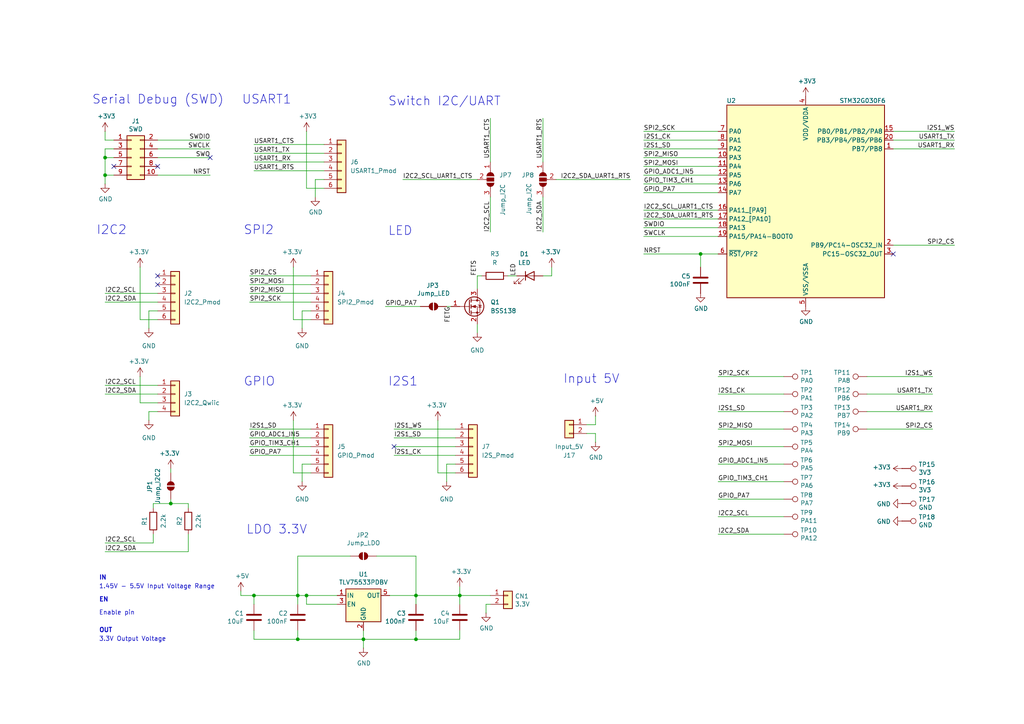
<source format=kicad_sch>
(kicad_sch (version 20250114) (generator "eeschema") (generator_version "9.0")
  (paper "A4")
  (lib_symbols
    (symbol "Connector:TestPoint" (pin_numbers (hide yes)) (pin_names (offset 0.762) (hide yes))
      (property "Reference" "TP" (at 0 6.858 0))
      (property "Value" "TestPoint" (at 0 5.08 0))
      (symbol "TestPoint_0_1"
        (circle (center 0 3.302) (radius 0.762))
      )
      (symbol "TestPoint_1_1"
        (pin passive line (at 0 0 90) (length 2.54) (name "1") (number "1"))
      )
    )
    (symbol "Connector_Generic:Conn_01x02" (pin_names (offset 1.016) (hide yes))
      (property "Reference" "J" (at 0 2.54 0))
      (property "Value" "Conn_01x02" (at 0 -5.08 0))
      (symbol "Conn_01x02_1_1"
        (rectangle (start -1.27 1.27) (end 1.27 -3.81) (stroke (width 0.254)) (fill (type background)))
        (rectangle (start -1.27 0.127) (end 0 -0.127) (stroke (width 0.1524)))
        (rectangle (start -1.27 -2.413) (end 0 -2.667) (stroke (width 0.1524)))
        (pin passive line (at -5.08 0 0) (length 3.81) (name "Pin_1") (number "1"))
        (pin passive line (at -5.08 -2.54 0) (length 3.81) (name "Pin_2") (number "2"))
      )
    )
    (symbol "Connector_Generic:Conn_01x04" (pin_names (offset 1.016) (hide yes))
      (property "Reference" "J" (at 0 5.08 0))
      (property "Value" "Conn_01x04" (at 0 -7.62 0))
      (symbol "Conn_01x04_1_1"
        (rectangle (start -1.27 3.81) (end 1.27 -6.35) (stroke (width 0.254)) (fill (type background)))
        (rectangle (start -1.27 2.667) (end 0 2.413) (stroke (width 0.1524)))
        (rectangle (start -1.27 0.127) (end 0 -0.127) (stroke (width 0.1524)))
        (rectangle (start -1.27 -2.413) (end 0 -2.667) (stroke (width 0.1524)))
        (rectangle (start -1.27 -4.953) (end 0 -5.207) (stroke (width 0.1524)))
        (pin passive line (at -5.08 2.54 0) (length 3.81) (name "Pin_1") (number "1"))
        (pin passive line (at -5.08 0 0) (length 3.81) (name "Pin_2") (number "2"))
        (pin passive line (at -5.08 -2.54 0) (length 3.81) (name "Pin_3") (number "3"))
        (pin passive line (at -5.08 -5.08 0) (length 3.81) (name "Pin_4") (number "4"))
      )
    )
    (symbol "Connector_Generic:Conn_01x06" (pin_names (offset 1.016) (hide yes))
      (property "Reference" "J" (at 0 7.62 0))
      (property "Value" "Conn_01x06" (at 0 -10.16 0))
      (symbol "Conn_01x06_1_1"
        (rectangle (start -1.27 6.35) (end 1.27 -8.89) (stroke (width 0.254)) (fill (type background)))
        (rectangle (start -1.27 5.207) (end 0 4.953) (stroke (width 0.1524)))
        (rectangle (start -1.27 2.667) (end 0 2.413) (stroke (width 0.1524)))
        (rectangle (start -1.27 0.127) (end 0 -0.127) (stroke (width 0.1524)))
        (rectangle (start -1.27 -2.413) (end 0 -2.667) (stroke (width 0.1524)))
        (rectangle (start -1.27 -4.953) (end 0 -5.207) (stroke (width 0.1524)))
        (rectangle (start -1.27 -7.493) (end 0 -7.747) (stroke (width 0.1524)))
        (pin passive line (at -5.08 5.08 0) (length 3.81) (name "Pin_1") (number "1"))
        (pin passive line (at -5.08 2.54 0) (length 3.81) (name "Pin_2") (number "2"))
        (pin passive line (at -5.08 0 0) (length 3.81) (name "Pin_3") (number "3"))
        (pin passive line (at -5.08 -2.54 0) (length 3.81) (name "Pin_4") (number "4"))
        (pin passive line (at -5.08 -5.08 0) (length 3.81) (name "Pin_5") (number "5"))
        (pin passive line (at -5.08 -7.62 0) (length 3.81) (name "Pin_6") (number "6"))
      )
    )
    (symbol "Connector_Generic:Conn_02x05_Odd_Even" (pin_names (offset 1.016) (hide yes))
      (property "Reference" "J" (at 1.27 7.62 0))
      (property "Value" "Conn_02x05_Odd_Even" (at 1.27 -7.62 0))
      (symbol "Conn_02x05_Odd_Even_1_1"
        (rectangle (start -1.27 6.35) (end 3.81 -6.35) (stroke (width 0.254)) (fill (type background)))
        (rectangle (start -1.27 5.207) (end 0 4.953) (stroke (width 0.1524)))
        (rectangle (start -1.27 2.667) (end 0 2.413) (stroke (width 0.1524)))
        (rectangle (start -1.27 0.127) (end 0 -0.127) (stroke (width 0.1524)))
        (rectangle (start -1.27 -2.413) (end 0 -2.667) (stroke (width 0.1524)))
        (rectangle (start -1.27 -4.953) (end 0 -5.207) (stroke (width 0.1524)))
        (rectangle (start 3.81 5.207) (end 2.54 4.953) (stroke (width 0.1524)))
        (rectangle (start 3.81 2.667) (end 2.54 2.413) (stroke (width 0.1524)))
        (rectangle (start 3.81 0.127) (end 2.54 -0.127) (stroke (width 0.1524)))
        (rectangle (start 3.81 -2.413) (end 2.54 -2.667) (stroke (width 0.1524)))
        (rectangle (start 3.81 -4.953) (end 2.54 -5.207) (stroke (width 0.1524)))
        (pin passive line (at -5.08 5.08 0) (length 3.81) (name "Pin_1") (number "1"))
        (pin passive line (at -5.08 2.54 0) (length 3.81) (name "Pin_3") (number "3"))
        (pin passive line (at -5.08 0 0) (length 3.81) (name "Pin_5") (number "5"))
        (pin passive line (at -5.08 -2.54 0) (length 3.81) (name "Pin_7") (number "7"))
        (pin passive line (at -5.08 -5.08 0) (length 3.81) (name "Pin_9") (number "9"))
        (pin passive line (at 7.62 5.08 180) (length 3.81) (name "Pin_2") (number "2"))
        (pin passive line (at 7.62 2.54 180) (length 3.81) (name "Pin_4") (number "4"))
        (pin passive line (at 7.62 0 180) (length 3.81) (name "Pin_6") (number "6"))
        (pin passive line (at 7.62 -2.54 180) (length 3.81) (name "Pin_8") (number "8"))
        (pin passive line (at 7.62 -5.08 180) (length 3.81) (name "Pin_10") (number "10"))
      )
    )
    (symbol "Device:C" (pin_numbers (hide yes)) (pin_names (offset 0.254))
      (property "Reference" "C" (at 0.635 2.54 0))
      (property "Value" "C" (at 0.635 -2.54 0))
      (symbol "C_0_1"
        (polyline (pts (xy -2.032 0.762) (xy 2.032 0.762)) (stroke (width 0.508)))
        (polyline (pts (xy -2.032 -0.762) (xy 2.032 -0.762)) (stroke (width 0.508)))
      )
      (symbol "C_1_1"
        (pin passive line (at 0 3.81 270) (length 2.794) (name "~") (number "1"))
        (pin passive line (at 0 -3.81 90) (length 2.794) (name "~") (number "2"))
      )
    )
    (symbol "Device:LED" (pin_numbers (hide yes)) (pin_names (offset 1.016) (hide yes))
      (property "Reference" "D" (at 0 2.54 0))
      (property "Value" "LED" (at 0 -2.54 0))
      (symbol "LED_0_1"
        (polyline (pts (xy -3.048 -0.762) (xy -4.572 -2.286) (xy -3.81 -2.286) (xy -4.572 -2.286) (xy -4.572 -1.524)))
        (polyline (pts (xy -1.778 -0.762) (xy -3.302 -2.286) (xy -2.54 -2.286) (xy -3.302 -2.286) (xy -3.302 -1.524)))
        (polyline (pts (xy -1.27 0) (xy 1.27 0)))
        (polyline (pts (xy -1.27 -1.27) (xy -1.27 1.27)) (stroke (width 0.254)))
        (polyline (pts (xy 1.27 -1.27) (xy 1.27 1.27) (xy -1.27 0) (xy 1.27 -1.27)) (stroke (width 0.254)))
      )
      (symbol "LED_1_1"
        (pin passive line (at -3.81 0 0) (length 2.54) (name "K") (number "1"))
        (pin passive line (at 3.81 0 180) (length 2.54) (name "A") (number "2"))
      )
    )
    (symbol "Device:R" (pin_numbers (hide yes)) (pin_names (offset 0))
      (property "Reference" "R" (at 2.032 0 90))
      (property "Value" "R" (at 0 0 90))
      (symbol "R_0_1"
        (rectangle (start -1.016 -2.54) (end 1.016 2.54) (stroke (width 0.254)))
      )
      (symbol "R_1_1"
        (pin passive line (at 0 3.81 270) (length 1.27) (name "~") (number "1"))
        (pin passive line (at 0 -3.81 90) (length 1.27) (name "~") (number "2"))
      )
    )
    (symbol "Jumper:SolderJumper_2_Open" (pin_numbers (hide yes)) (pin_names (offset 0) (hide yes)) (in_bom no)
      (property "Reference" "JP" (at 0 2.032 0))
      (property "Value" "SolderJumper_2_Open" (at 0 -2.54 0))
      (symbol "SolderJumper_2_Open_0_1"
        (polyline (pts (xy -0.254 1.016) (xy -0.254 -1.016)))
        (arc (start -0.254 -1.016) (mid -1.2656 0) (end -0.254 1.016))
        (arc (start -0.254 -1.016) (mid -1.2656 0) (end -0.254 1.016) (fill (type outline)))
        (arc (start 0.254 1.016) (mid 1.2656 0) (end 0.254 -1.016))
        (arc (start 0.254 1.016) (mid 1.2656 0) (end 0.254 -1.016) (fill (type outline)))
        (polyline (pts (xy 0.254 1.016) (xy 0.254 -1.016)))
      )
      (symbol "SolderJumper_2_Open_1_1"
        (pin passive line (at -3.81 0 0) (length 2.54) (name "A") (number "1"))
        (pin passive line (at 3.81 0 180) (length 2.54) (name "B") (number "2"))
      )
    )
    (symbol "Jumper:SolderJumper_3_Open" (pin_names (offset 0) (hide yes)) (in_bom no)
      (property "Reference" "JP" (at -2.54 -2.54 0))
      (property "Value" "SolderJumper_3_Open" (at 0 2.794 0))
      (symbol "SolderJumper_3_Open_0_1"
        (polyline (pts (xy -2.54 0) (xy -2.032 0)))
        (polyline (pts (xy -1.016 1.016) (xy -1.016 -1.016)))
        (arc (start -1.016 -1.016) (mid -2.0276 0) (end -1.016 1.016))
        (arc (start -1.016 -1.016) (mid -2.0276 0) (end -1.016 1.016) (fill (type outline)))
        (rectangle (start -0.508 1.016) (end 0.508 -1.016) (fill (type outline)))
        (polyline (pts (xy 0 -1.27) (xy 0 -1.016)))
        (arc (start 1.016 1.016) (mid 2.0276 0) (end 1.016 -1.016))
        (arc (start 1.016 1.016) (mid 2.0276 0) (end 1.016 -1.016) (fill (type outline)))
        (polyline (pts (xy 1.016 1.016) (xy 1.016 -1.016)))
        (polyline (pts (xy 2.54 0) (xy 2.032 0)))
      )
      (symbol "SolderJumper_3_Open_1_1"
        (pin passive line (at -5.08 0 0) (length 2.54) (name "A") (number "1"))
        (pin passive line (at 0 -3.81 90) (length 2.54) (name "C") (number "2"))
        (pin passive line (at 5.08 0 180) (length 2.54) (name "B") (number "3"))
      )
    )
    (symbol "Regulator_Linear:TLV75533PDBV" (pin_names (offset 0.254))
      (property "Reference" "U" (at -3.81 5.715 0))
      (property "Value" "TLV75533PDBV" (at 0 5.715 0))
      (symbol "TLV75533PDBV_0_1"
        (rectangle (start -5.08 4.445) (end 5.08 -5.08) (stroke (width 0.254)) (fill (type background)))
      )
      (symbol "TLV75533PDBV_1_1"
        (pin power_in line (at -7.62 2.54 0) (length 2.54) (name "IN") (number "1"))
        (pin input line (at -7.62 0 0) (length 2.54) (name "EN") (number "3"))
        (pin power_in line (at 0 -7.62 90) (length 2.54) (name "GND") (number "2"))
        (pin no_connect line (at 5.08 0 180) (length 2.54) (hide yes) (name "NC") (number "4"))
        (pin power_out line (at 7.62 2.54 180) (length 2.54) (name "OUT") (number "5"))
      )
    )
    (symbol "Transistor_FET:BSS138" (pin_names (hide yes))
      (property "Reference" "Q" (at 5.08 1.905 0))
      (property "Value" "BSS138" (at 5.08 0 0))
      (symbol "BSS138_0_1"
        (polyline (pts (xy 0.254 1.905) (xy 0.254 -1.905)) (stroke (width 0.254)))
        (polyline (pts (xy 0.254 0) (xy -2.54 0)))
        (polyline (pts (xy 0.762 2.286) (xy 0.762 1.27)) (stroke (width 0.254)))
        (polyline (pts (xy 0.762 0.508) (xy 0.762 -0.508)) (stroke (width 0.254)))
        (polyline (pts (xy 0.762 -1.27) (xy 0.762 -2.286)) (stroke (width 0.254)))
        (polyline (pts (xy 0.762 -1.778) (xy 3.302 -1.778) (xy 3.302 1.778) (xy 0.762 1.778)))
        (polyline (pts (xy 1.016 0) (xy 2.032 0.381) (xy 2.032 -0.381) (xy 1.016 0)) (fill (type outline)))
        (circle (center 1.651 0) (radius 2.794) (stroke (width 0.254)))
        (polyline (pts (xy 2.54 2.54) (xy 2.54 1.778)))
        (circle (center 2.54 1.778) (radius 0.254) (fill (type outline)))
        (circle (center 2.54 -1.778) (radius 0.254) (fill (type outline)))
        (polyline (pts (xy 2.54 -2.54) (xy 2.54 0) (xy 0.762 0)))
        (polyline (pts (xy 2.794 0.508) (xy 2.921 0.381) (xy 3.683 0.381) (xy 3.81 0.254)))
        (polyline (pts (xy 3.302 0.381) (xy 2.921 -0.254) (xy 3.683 -0.254) (xy 3.302 0.381)))
      )
      (symbol "BSS138_1_1"
        (pin input line (at -5.08 0 0) (length 2.54) (name "G") (number "1"))
        (pin passive line (at 2.54 5.08 270) (length 2.54) (name "D") (number "3"))
        (pin passive line (at 2.54 -5.08 90) (length 2.54) (name "S") (number "2"))
      )
    )
    (symbol "power:+3.3V" (power) (pin_numbers (hide yes)) (pin_names (offset 0) (hide yes))
      (property "Value" "+3.3V" (at 0 3.556 0))
      (symbol "+3.3V_0_1"
        (polyline (pts (xy -0.762 1.27) (xy 0 2.54)))
        (polyline (pts (xy 0 2.54) (xy 0.762 1.27)))
        (polyline (pts (xy 0 0) (xy 0 2.54)))
      )
      (symbol "+3.3V_1_1"
        (pin power_in line (at 0 0 90) (length 0) (name "~") (number "1"))
      )
    )
    (symbol "power:+3V3" (power) (pin_numbers (hide yes)) (pin_names (offset 0) (hide yes))
      (property "Value" "+3V3" (at 0 3.556 0))
      (symbol "+3V3_0_1"
        (polyline (pts (xy -0.762 1.27) (xy 0 2.54)))
        (polyline (pts (xy 0 2.54) (xy 0.762 1.27)))
        (polyline (pts (xy 0 0) (xy 0 2.54)))
      )
      (symbol "+3V3_1_1"
        (pin power_in line (at 0 0 90) (length 0) (name "~") (number "1"))
      )
    )
    (symbol "power:+5V" (power) (pin_numbers (hide yes)) (pin_names (offset 0) (hide yes))
      (property "Value" "+5V" (at 0 3.556 0))
      (symbol "+5V_0_1"
        (polyline (pts (xy -0.762 1.27) (xy 0 2.54)))
        (polyline (pts (xy 0 2.54) (xy 0.762 1.27)))
        (polyline (pts (xy 0 0) (xy 0 2.54)))
      )
      (symbol "+5V_1_1"
        (pin power_in line (at 0 0 90) (length 0) (name "~") (number "1"))
      )
    )
    (symbol "power:GND" (power) (pin_numbers (hide yes)) (pin_names (offset 0) (hide yes))
      (property "Value" "GND" (at 0 -3.81 0))
      (symbol "GND_0_1"
        (polyline (pts (xy 0 0) (xy 0 -1.27) (xy 1.27 -1.27) (xy 0 -2.54) (xy -1.27 -1.27) (xy 0 -1.27)))
      )
      (symbol "GND_1_1"
        (pin power_in line (at 0 0 270) (length 0) (name "~") (number "1"))
      )
    )
    (symbol "zhaw:STM32G030F6"
      (property "Reference" "U" (at -22.86 29.21 0))
      (property "Value" "STM32G030F6" (at 8.89 29.21 0))
      (symbol "STM32G030F6_0_1"
        (rectangle (start -22.86 -27.94) (end 22.86 27.94) (stroke (width 0.254)) (fill (type background)))
      )
      (symbol "STM32G030F6_1_1"
        (pin bidirectional line (at -25.4 20.32 0) (length 2.54) (name "PA0") (number "7"))
        (pin bidirectional line (at -25.4 17.78 0) (length 2.54) (name "PA1") (number "8"))
        (pin bidirectional line (at -25.4 15.24 0) (length 2.54) (name "PA2") (number "9"))
        (pin bidirectional line (at -25.4 12.7 0) (length 2.54) (name "PA3") (number "10"))
        (pin bidirectional line (at -25.4 10.16 0) (length 2.54) (name "PA4") (number "11"))
        (pin bidirectional line (at -25.4 7.62 0) (length 2.54) (name "PA5") (number "12"))
        (pin bidirectional line (at -25.4 5.08 0) (length 2.54) (name "PA6") (number "13"))
        (pin bidirectional line (at -25.4 2.54 0) (length 2.54) (name "PA7") (number "14"))
        (pin bidirectional line (at -25.4 -2.54 0) (length 2.54) (name "PA11_[PA9]") (number "16"))
        (pin bidirectional line (at -25.4 -5.08 0) (length 2.54) (name "PA12_[PA10]") (number "17"))
        (pin bidirectional line (at -25.4 -7.62 0) (length 2.54) (name "PA13") (number "18"))
        (pin bidirectional line (at -25.4 -10.16 0) (length 2.54) (name "PA15/PA14-BOOT0") (number "19"))
        (pin bidirectional line (at -25.4 -15.24 0) (length 2.54) (name "~{RST}/PF2") (number "6"))
        (pin power_in line (at 0 30.48 270) (length 2.54) (name "VDD/VDDA") (number "4"))
        (pin power_in line (at 0 -30.48 90) (length 2.54) (name "VSS/VSSA") (number "5"))
        (pin bidirectional line (at 25.4 20.32 180) (length 2.54) (name "PB0/PB1/PB2/PA8") (number "15"))
        (pin bidirectional line (at 25.4 17.78 180) (length 2.54) (name "PB3/PB4/PB5/PB6") (number "20"))
        (pin bidirectional line (at 25.4 15.24 180) (length 2.54) (name "PB7/PB8") (number "1"))
        (pin bidirectional line (at 25.4 -12.7 180) (length 2.54) (name "PB9/PC14-OSC32_IN") (number "2"))
        (pin bidirectional line (at 25.4 -15.24 180) (length 2.54) (name "PC15-OSC32_OUT") (number "3"))
      )
    )
  )
  (text "Serial Debug (SWD)" (at 26.67 30.48 0) (effects (font (size 2.5654 2.5654)) (justify left bottom)))
  (text "Switch I2C/UART" (at 112.522 30.988 0) (effects (font (size 2.5654 2.5654)) (justify left bottom)))
  (text "IN" (at 28.702 168.402 0) (effects (font (size 1.27 1.27) (thickness 0.254) (bold yes)) (justify left bottom)))
  (text "Input 5V" (at 163.322 111.506 0) (effects (font (size 2.5654 2.5654)) (justify left bottom)))
  (text "SPI2" (at 70.612 68.326 0) (effects (font (size 2.5654 2.5654)) (justify left bottom)))
  (text "3.3V Output Voltage" (at 28.702 186.182 0) (effects (font (size 1.27 1.27)) (justify left bottom)))
  (text "USART1" (at 70.104 30.48 0) (effects (font (size 2.5654 2.5654)) (justify left bottom)))
  (text "OUT" (at 28.702 183.642 0) (effects (font (size 1.27 1.27) (thickness 0.254) (bold yes)) (justify left bottom)))
  (text "I2C2" (at 27.94 68.326 0) (effects (font (size 2.5654 2.5654)) (justify left bottom)))
  (text "EN" (at 28.702 174.752 0) (effects (font (size 1.27 1.27) (thickness 0.254) (bold yes)) (justify left bottom)))
  (text "LDO 3.3V" (at 71.374 155.194 0) (effects (font (size 2.5654 2.5654)) (justify left bottom)))
  (text "1.45V - 5.5V Input Voltage Range" (at 28.702 170.942 0) (effects (font (size 1.27 1.27)) (justify left bottom)))
  (text "GPIO" (at 70.612 112.268 0) (effects (font (size 2.5654 2.5654)) (justify left bottom)))
  (text "Enable pin" (at 28.702 178.562 0) (effects (font (size 1.27 1.27)) (justify left bottom)))
  (text "I2S1" (at 112.522 112.268 0) (effects (font (size 2.5654 2.5654)) (justify left bottom)))
  (text "LED" (at 112.522 68.58 0) (effects (font (size 2.5654 2.5654)) (justify left bottom)))
  (junction (at 88.9 172.72))
  (junction (at 203.2 73.66))
  (junction (at 105.41 185.42))
  (junction (at 133.35 172.72))
  (junction (at 120.65 172.72))
  (junction (at 73.66 172.72))
  (junction (at 120.65 185.42))
  (junction (at 30.48 50.8))
  (junction (at 30.48 45.72))
  (junction (at 86.36 185.42))
  (junction (at 86.36 172.72))
  (junction (at 49.53 146.05))
  (no_connect (at 114.3 129.54))
  (no_connect (at 45.72 48.26))
  (no_connect (at 60.96 45.72))
  (no_connect (at 45.72 80.01))
  (no_connect (at 259.08 73.66))
  (no_connect (at 33.02 48.26))
  (no_connect (at 45.72 82.55))
  (wire (pts (xy 186.69 45.72) (xy 208.28 45.72)))
  (wire (pts (xy 69.85 172.72) (xy 73.66 172.72)))
  (wire (pts (xy 105.41 187.96) (xy 105.41 185.42)))
  (wire (pts (xy 88.9 38.1) (xy 88.9 54.61)))
  (wire (pts (xy 54.61 160.02) (xy 54.61 154.94)))
  (wire (pts (xy 114.3 127) (xy 132.08 127)))
  (wire (pts (xy 138.43 93.98) (xy 138.43 96.52)))
  (wire (pts (xy 86.36 185.42) (xy 86.36 182.88)))
  (wire (pts (xy 73.66 172.72) (xy 86.36 172.72)))
  (wire (pts (xy 30.48 50.8) (xy 30.48 53.34)))
  (wire (pts (xy 186.69 53.34) (xy 208.28 53.34)))
  (wire (pts (xy 120.65 185.42) (xy 133.35 185.42)))
  (wire (pts (xy 30.48 45.72) (xy 30.48 43.18)))
  (wire (pts (xy 259.08 40.64) (xy 276.86 40.64)))
  (wire (pts (xy 30.48 45.72) (xy 30.48 50.8)))
  (wire (pts (xy 114.3 132.08) (xy 132.08 132.08)))
  (wire (pts (xy 120.65 185.42) (xy 120.65 182.88)))
  (wire (pts (xy 138.43 80.01) (xy 139.7 80.01)))
  (wire (pts (xy 208.28 134.62) (xy 227.33 134.62)))
  (wire (pts (xy 49.53 144.78) (xy 49.53 146.05)))
  (wire (pts (xy 208.28 63.5) (xy 186.69 63.5)))
  (wire (pts (xy 43.18 95.25) (xy 43.18 90.17)))
  (wire (pts (xy 72.39 132.08) (xy 90.17 132.08)))
  (wire (pts (xy 72.39 87.63) (xy 90.17 87.63)))
  (wire (pts (xy 88.9 175.26) (xy 97.79 175.26)))
  (wire (pts (xy 111.76 88.9) (xy 121.92 88.9)))
  (wire (pts (xy 120.65 172.72) (xy 120.65 175.26)))
  (wire (pts (xy 85.09 92.71) (xy 90.17 92.71)))
  (wire (pts (xy 208.28 109.22) (xy 227.33 109.22)))
  (wire (pts (xy 72.39 82.55) (xy 90.17 82.55)))
  (wire (pts (xy 227.33 129.54) (xy 208.28 129.54)))
  (wire (pts (xy 259.08 43.18) (xy 276.86 43.18)))
  (wire (pts (xy 227.33 139.7) (xy 208.28 139.7)))
  (wire (pts (xy 44.45 157.48) (xy 44.45 154.94)))
  (wire (pts (xy 208.28 124.46) (xy 227.33 124.46)))
  (wire (pts (xy 208.28 60.96) (xy 186.69 60.96)))
  (wire (pts (xy 186.69 73.66) (xy 203.2 73.66)))
  (wire (pts (xy 91.44 57.15) (xy 91.44 52.07)))
  (wire (pts (xy 208.28 48.26) (xy 186.69 48.26)))
  (wire (pts (xy 147.32 80.01) (xy 149.86 80.01)))
  (wire (pts (xy 227.33 144.78) (xy 208.28 144.78)))
  (wire (pts (xy 60.96 50.8) (xy 45.72 50.8)))
  (wire (pts (xy 270.51 109.22) (xy 251.46 109.22)))
  (wire (pts (xy 33.02 50.8) (xy 30.48 50.8)))
  (wire (pts (xy 142.24 34.29) (xy 142.24 46.99)))
  (wire (pts (xy 157.48 57.15) (xy 157.48 67.31)))
  (wire (pts (xy 186.69 43.18) (xy 208.28 43.18)))
  (wire (pts (xy 105.41 185.42) (xy 120.65 185.42)))
  (wire (pts (xy 157.48 46.99) (xy 157.48 34.29)))
  (wire (pts (xy 120.65 172.72) (xy 133.35 172.72)))
  (wire (pts (xy 133.35 172.72) (xy 133.35 170.18)))
  (wire (pts (xy 30.48 40.64) (xy 30.48 38.1)))
  (wire (pts (xy 172.72 125.73) (xy 172.72 128.27)))
  (wire (pts (xy 72.39 85.09) (xy 90.17 85.09)))
  (wire (pts (xy 86.36 185.42) (xy 105.41 185.42)))
  (wire (pts (xy 86.36 175.26) (xy 86.36 172.72)))
  (wire (pts (xy 73.66 185.42) (xy 86.36 185.42)))
  (wire (pts (xy 251.46 114.3) (xy 270.51 114.3)))
  (wire (pts (xy 105.41 185.42) (xy 105.41 182.88)))
  (wire (pts (xy 87.63 90.17) (xy 87.63 95.25)))
  (wire (pts (xy 30.48 87.63) (xy 45.72 87.63)))
  (wire (pts (xy 157.48 80.01) (xy 160.02 80.01)))
  (wire (pts (xy 73.66 182.88) (xy 73.66 185.42)))
  (wire (pts (xy 33.02 40.64) (xy 30.48 40.64)))
  (wire (pts (xy 72.39 129.54) (xy 90.17 129.54)))
  (wire (pts (xy 170.18 123.19) (xy 172.72 123.19)))
  (wire (pts (xy 259.08 38.1) (xy 276.86 38.1)))
  (wire (pts (xy 172.72 120.65) (xy 172.72 123.19)))
  (wire (pts (xy 73.66 41.91) (xy 93.98 41.91)))
  (wire (pts (xy 160.02 80.01) (xy 160.02 77.47)))
  (wire (pts (xy 86.36 172.72) (xy 86.36 161.29)))
  (wire (pts (xy 30.48 114.3) (xy 45.72 114.3)))
  (wire (pts (xy 208.28 68.58) (xy 186.69 68.58)))
  (wire (pts (xy 87.63 134.62) (xy 87.63 139.7)))
  (wire (pts (xy 40.64 92.71) (xy 45.72 92.71)))
  (wire (pts (xy 127 137.16) (xy 132.08 137.16)))
  (wire (pts (xy 40.64 109.22) (xy 40.64 116.84)))
  (wire (pts (xy 129.54 134.62) (xy 129.54 139.7)))
  (wire (pts (xy 40.64 116.84) (xy 45.72 116.84)))
  (wire (pts (xy 208.28 50.8) (xy 186.69 50.8)))
  (wire (pts (xy 86.36 172.72) (xy 88.9 172.72)))
  (wire (pts (xy 85.09 121.92) (xy 85.09 137.16)))
  (wire (pts (xy 140.97 175.26) (xy 140.97 177.8)))
  (wire (pts (xy 49.53 146.05) (xy 54.61 146.05)))
  (wire (pts (xy 85.09 137.16) (xy 90.17 137.16)))
  (wire (pts (xy 142.24 57.15) (xy 142.24 67.31)))
  (wire (pts (xy 227.33 154.94) (xy 208.28 154.94)))
  (wire (pts (xy 43.18 90.17) (xy 45.72 90.17)))
  (wire (pts (xy 208.28 73.66) (xy 203.2 73.66)))
  (wire (pts (xy 251.46 119.38) (xy 270.51 119.38)))
  (wire (pts (xy 109.22 161.29) (xy 120.65 161.29)))
  (wire (pts (xy 270.51 124.46) (xy 251.46 124.46)))
  (wire (pts (xy 43.18 121.92) (xy 43.18 119.38)))
  (wire (pts (xy 186.69 40.64) (xy 208.28 40.64)))
  (wire (pts (xy 72.39 124.46) (xy 90.17 124.46)))
  (wire (pts (xy 90.17 90.17) (xy 87.63 90.17)))
  (wire (pts (xy 73.66 175.26) (xy 73.66 172.72)))
  (wire (pts (xy 85.09 77.47) (xy 85.09 92.71)))
  (wire (pts (xy 227.33 119.38) (xy 208.28 119.38)))
  (wire (pts (xy 88.9 54.61) (xy 93.98 54.61)))
  (wire (pts (xy 114.3 129.54) (xy 132.08 129.54)))
  (wire (pts (xy 72.39 80.01) (xy 90.17 80.01)))
  (wire (pts (xy 132.08 134.62) (xy 129.54 134.62)))
  (wire (pts (xy 97.79 172.72) (xy 88.9 172.72)))
  (wire (pts (xy 259.08 71.12) (xy 276.86 71.12)))
  (wire (pts (xy 88.9 175.26) (xy 88.9 172.72)))
  (wire (pts (xy 208.28 55.88) (xy 186.69 55.88)))
  (wire (pts (xy 72.39 127) (xy 90.17 127)))
  (wire (pts (xy 60.96 45.72) (xy 45.72 45.72)))
  (wire (pts (xy 40.64 77.47) (xy 40.64 92.71)))
  (wire (pts (xy 203.2 77.47) (xy 203.2 73.66)))
  (wire (pts (xy 30.48 85.09) (xy 45.72 85.09)))
  (wire (pts (xy 30.48 157.48) (xy 44.45 157.48)))
  (wire (pts (xy 69.85 172.72) (xy 69.85 171.45)))
  (wire (pts (xy 49.53 146.05) (xy 44.45 146.05)))
  (wire (pts (xy 227.33 114.3) (xy 208.28 114.3)))
  (wire (pts (xy 120.65 161.29) (xy 120.65 172.72)))
  (wire (pts (xy 49.53 135.89) (xy 49.53 137.16)))
  (wire (pts (xy 33.02 45.72) (xy 30.48 45.72)))
  (wire (pts (xy 73.66 44.45) (xy 93.98 44.45)))
  (wire (pts (xy 60.96 43.18) (xy 45.72 43.18)))
  (wire (pts (xy 208.28 149.86) (xy 227.33 149.86)))
  (wire (pts (xy 170.18 125.73) (xy 172.72 125.73)))
  (wire (pts (xy 138.43 83.82) (xy 138.43 80.01)))
  (wire (pts (xy 114.3 124.46) (xy 132.08 124.46)))
  (wire (pts (xy 44.45 146.05) (xy 44.45 147.32)))
  (wire (pts (xy 182.88 52.07) (xy 161.29 52.07)))
  (wire (pts (xy 142.24 175.26) (xy 140.97 175.26)))
  (wire (pts (xy 91.44 52.07) (xy 93.98 52.07)))
  (wire (pts (xy 133.35 172.72) (xy 133.35 175.26)))
  (wire (pts (xy 30.48 111.76) (xy 45.72 111.76)))
  (wire (pts (xy 113.03 172.72) (xy 120.65 172.72)))
  (wire (pts (xy 133.35 185.42) (xy 133.35 182.88)))
  (wire (pts (xy 186.69 38.1) (xy 208.28 38.1)))
  (wire (pts (xy 54.61 146.05) (xy 54.61 147.32)))
  (wire (pts (xy 30.48 160.02) (xy 54.61 160.02)))
  (wire (pts (xy 116.84 52.07) (xy 138.43 52.07)))
  (wire (pts (xy 43.18 119.38) (xy 45.72 119.38)))
  (wire (pts (xy 129.54 88.9) (xy 130.81 88.9)))
  (wire (pts (xy 73.66 46.99) (xy 93.98 46.99)))
  (wire (pts (xy 73.66 49.53) (xy 93.98 49.53)))
  (wire (pts (xy 133.35 172.72) (xy 142.24 172.72)))
  (wire (pts (xy 86.36 161.29) (xy 101.6 161.29)))
  (wire (pts (xy 90.17 134.62) (xy 87.63 134.62)))
  (wire (pts (xy 30.48 43.18) (xy 33.02 43.18)))
  (wire (pts (xy 208.28 66.04) (xy 186.69 66.04)))
  (wire (pts (xy 60.96 40.64) (xy 45.72 40.64)))
  (wire (pts (xy 127 121.92) (xy 127 137.16)))
  (label "USART1_RTS" (at 157.48 34.29 270))
  (label "I2S1_WS" (at 114.3 124.46 0))
  (label "SPI2_SCK" (at 208.28 109.22 0))
  (label "GPIO_ADC1_IN5" (at 72.39 127 0))
  (label "GPIO_TIM3_CH1" (at 72.39 129.54 0))
  (label "I2S1_WS" (at 270.51 109.22 180))
  (label "I2C2_SDA" (at 208.28 154.94 0))
  (label "USART1_TX" (at 276.86 40.64 180))
  (label "USART1_CTS" (at 142.24 34.29 270))
  (label "SWDIO" (at 60.96 40.64 180))
  (label "FETS" (at 138.43 80.01 90))
  (label "FETG" (at 130.81 88.9 270))
  (label "GPIO_PA7" (at 186.69 55.88 0))
  (label "SPI2_CS" (at 276.86 71.12 180))
  (label "SPI2_MISO" (at 186.69 45.72 0))
  (label "GPIO_ADC1_IN5" (at 186.69 50.8 0))
  (label "SWO" (at 60.96 45.72 180))
  (label "USART1_RX" (at 270.51 119.38 180))
  (label "SWCLK" (at 186.69 68.58 0))
  (label "SPI2_MOSI" (at 72.39 82.55 0))
  (label "NRST" (at 60.96 50.8 180))
  (label "I2C2_SCL" (at 30.48 85.09 0))
  (label "I2C2_SDA" (at 30.48 160.02 0))
  (label "USART1_TX" (at 73.66 44.45 0))
  (label "I2S1_SD" (at 186.69 43.18 0))
  (label "SPI2_CS" (at 72.39 80.01 0))
  (label "I2S1_SD" (at 72.39 124.46 0))
  (label "I2C2_SDA_UART1_RTS" (at 186.69 63.5 0))
  (label "SWDIO" (at 186.69 66.04 0))
  (label "SWCLK" (at 60.96 43.18 180))
  (label "I2C2_SCL" (at 30.48 157.48 0))
  (label "I2S1_CK" (at 186.69 40.64 0))
  (label "USART1_RX" (at 73.66 46.99 0))
  (label "I2C2_SCL" (at 208.28 149.86 0))
  (label "SPI2_MOSI" (at 208.28 129.54 0))
  (label "I2S1_WS" (at 276.86 38.1 180))
  (label "GPIO_TIM3_CH1" (at 186.69 53.34 0))
  (label "USART1_RTS" (at 73.66 49.53 0))
  (label "I2C2_SDA_UART1_RTS" (at 182.88 52.07 180))
  (label "I2C2_SCL" (at 30.48 111.76 0))
  (label "GPIO_PA7" (at 111.76 88.9 0))
  (label "NRST" (at 186.69 73.66 0))
  (label "GPIO_PA7" (at 208.28 144.78 0))
  (label "LED" (at 149.86 80.01 90))
  (label "SPI2_MOSI" (at 186.69 48.26 0))
  (label "USART1_CTS" (at 73.66 41.91 0))
  (label "I2S1_CK" (at 208.28 114.3 0))
  (label "I2C2_SDA" (at 30.48 87.63 0))
  (label "GPIO_ADC1_IN5" (at 208.28 134.62 0))
  (label "USART1_RX" (at 276.86 43.18 180))
  (label "I2C2_SDA" (at 157.48 67.31 90))
  (label "SPI2_SCK" (at 186.69 38.1 0))
  (label "SPI2_SCK" (at 72.39 87.63 0))
  (label "I2C2_SDA" (at 30.48 114.3 0))
  (label "SPI2_CS" (at 270.51 124.46 180))
  (label "SPI2_MISO" (at 208.28 124.46 0))
  (label "I2C2_SCL_UART1_CTS" (at 186.69 60.96 0))
  (label "GPIO_PA7" (at 72.39 132.08 0))
  (label "SPI2_MISO" (at 72.39 85.09 0))
  (label "I2S1_CK" (at 114.3 132.08 0))
  (label "USART1_TX" (at 270.51 114.3 180))
  (label "I2C2_SCL_UART1_CTS" (at 116.84 52.07 0))
  (label "GPIO_TIM3_CH1" (at 208.28 139.7 0))
  (label "I2S1_SD" (at 208.28 119.38 0))
  (label "I2C2_SCL" (at 142.24 67.31 90))
  (label "I2S1_SD" (at 114.3 127 0))
  (symbol (lib_id "zhaw:STM32G030F6") (at 233.68 58.42 0) (unit 1)
    (property "Reference" "U2" (at 212.09 29.21 0))
    (property "Value" "STM32G030F6" (at 250.19 29.21 0))
    (property "Footprint" "Package_SO:TSSOP-20_4.4x6.5mm_P0.65mm" (effects (hide yes)))
    (property "Datasheet" "https://www.st.com/resource/en/datasheet/stm32g071kb.pdf" (effects (hide yes)))
  )
  (symbol (lib_id "Connector_Generic:Conn_01x02") (at 147.32 172.72 0) (unit 1)
    (property "Reference" "CN1" (at 149.352 172.9232 0) (effects (justify left)))
    (property "Value" "3.3V" (at 149.352 175.2346 0) (effects (justify left)))
    (property "Footprint" "Connector_PinHeader_2.54mm:PinHeader_1x02_P2.54mm_Vertical" (effects (hide yes)))
  )
  (symbol (lib_id "power:GND") (at 140.97 177.8 0) (unit 1)
    (property "Reference" "#PWR020" (effects (hide yes)))
    (property "Value" "GND" (at 141.097 182.1942 0))
  )
  (symbol (lib_id "power:+3V3") (at 88.9 38.1 0) (unit 1)
    (property "Reference" "#PWR013" (effects (hide yes)))
    (property "Value" "+3V3" (at 89.281 33.7058 0))
  )
  (symbol (lib_id "Connector:TestPoint") (at 227.33 144.78 270) (unit 1)
    (property "Reference" "TP8" (at 232.1052 143.6116 90) (effects (justify left)))
    (property "Value" "PA7" (at 232.1052 145.923 90) (effects (justify left)))
    (property "Footprint" "zhaw:TestPoint_THTPad_D1.0mm_Drill0.5mm_narrow" (effects (hide yes)))
  )
  (symbol (lib_id "Connector_Generic:Conn_02x05_Odd_Even") (at 38.1 45.72 0) (unit 1)
    (property "Reference" "J1" (at 39.37 35.1282 0))
    (property "Value" "SWD" (at 39.37 37.4396 0))
    (property "Footprint" "zhaw:SWD_2x05_P1.27mm" (effects (hide yes)))
  )
  (symbol (lib_id "power:+3V3") (at 30.48 38.1 0) (unit 1)
    (property "Reference" "#PWR01" (effects (hide yes)))
    (property "Value" "+3V3" (at 30.861 33.7058 0))
  )
  (symbol (lib_id "power:GND") (at 30.48 53.34 0) (unit 1)
    (property "Reference" "#PWR02" (effects (hide yes)))
    (property "Value" "GND" (at 30.607 57.7342 0))
  )
  (symbol (lib_id "power:GND") (at 91.44 57.15 0) (unit 1)
    (property "Reference" "#PWR014" (effects (hide yes)))
    (property "Value" "GND" (at 91.567 61.5442 0))
  )
  (symbol (lib_id "power:GND") (at 233.68 88.9 0) (unit 1)
    (property "Reference" "#PWR024" (effects (hide yes)))
    (property "Value" "GND" (at 233.807 93.2942 0))
  )
  (symbol (lib_id "power:+3V3") (at 233.68 27.94 0) (unit 1)
    (property "Reference" "#PWR023" (effects (hide yes)))
    (property "Value" "+3V3" (at 234.061 23.5458 0))
  )
  (symbol (lib_id "Connector:TestPoint") (at 227.33 134.62 270) (unit 1)
    (property "Reference" "TP6" (at 232.1052 133.4516 90) (effects (justify left)))
    (property "Value" "PA5" (at 232.1052 135.763 90) (effects (justify left)))
    (property "Footprint" "zhaw:TestPoint_THTPad_D1.0mm_Drill0.5mm_narrow" (effects (hide yes)))
  )
  (symbol (lib_id "Connector:TestPoint") (at 227.33 139.7 270) (unit 1)
    (property "Reference" "TP7" (at 232.1052 138.5316 90) (effects (justify left)))
    (property "Value" "PA6" (at 232.1052 140.843 90) (effects (justify left)))
    (property "Footprint" "zhaw:TestPoint_THTPad_D1.0mm_Drill0.5mm_narrow" (effects (hide yes)))
  )
  (symbol (lib_id "Connector:TestPoint") (at 227.33 149.86 270) (unit 1)
    (property "Reference" "TP9" (at 232.1052 148.6916 90) (effects (justify left)))
    (property "Value" "PA11" (at 232.1052 151.003 90) (effects (justify left)))
    (property "Footprint" "zhaw:TestPoint_THTPad_D1.0mm_Drill0.5mm_narrow" (effects (hide yes)))
  )
  (symbol (lib_id "Connector:TestPoint") (at 227.33 154.94 270) (unit 1)
    (property "Reference" "TP10" (at 232.1052 153.7716 90) (effects (justify left)))
    (property "Value" "PA12" (at 232.1052 156.083 90) (effects (justify left)))
    (property "Footprint" "zhaw:TestPoint_THTPad_D1.0mm_Drill0.5mm_narrow" (effects (hide yes)))
  )
  (symbol (lib_id "Connector:TestPoint") (at 261.62 135.89 270) (unit 1)
    (property "Reference" "TP15" (at 266.3952 134.7216 90) (effects (justify left)))
    (property "Value" "3V3" (at 266.3952 137.033 90) (effects (justify left)))
    (property "Footprint" "zhaw:TestPoint_THTPad_D1.0mm_Drill0.5mm_narrow" (effects (hide yes)))
  )
  (symbol (lib_id "Connector:TestPoint") (at 261.62 140.97 270) (unit 1)
    (property "Reference" "TP16" (at 266.3952 139.8016 90) (effects (justify left)))
    (property "Value" "3V3" (at 266.3952 142.113 90) (effects (justify left)))
    (property "Footprint" "zhaw:TestPoint_THTPad_D1.0mm_Drill0.5mm_narrow" (effects (hide yes)))
  )
  (symbol (lib_id "Connector:TestPoint") (at 261.62 146.05 270) (unit 1)
    (property "Reference" "TP17" (at 266.3952 144.8816 90) (effects (justify left)))
    (property "Value" "GND" (at 266.3952 147.193 90) (effects (justify left)))
    (property "Footprint" "zhaw:TestPoint_THTPad_D1.0mm_Drill0.5mm_narrow" (effects (hide yes)))
  )
  (symbol (lib_id "Connector:TestPoint") (at 261.62 151.13 270) (unit 1)
    (property "Reference" "TP18" (at 266.3952 149.9616 90) (effects (justify left)))
    (property "Value" "GND" (at 266.3952 152.273 90) (effects (justify left)))
    (property "Footprint" "zhaw:TestPoint_THTPad_D1.0mm_Drill0.5mm_narrow" (effects (hide yes)))
  )
  (symbol (lib_id "power:+3V3") (at 261.62 135.89 90) (unit 1)
    (property "Reference" "#PWR025" (effects (hide yes)))
    (property "Value" "+3V3" (at 258.3688 135.509 90) (effects (justify left)))
  )
  (symbol (lib_id "power:+3V3") (at 261.62 140.97 90) (unit 1)
    (property "Reference" "#PWR026" (effects (hide yes)))
    (property "Value" "+3V3" (at 258.3688 140.589 90) (effects (justify left)))
  )
  (symbol (lib_id "power:GND") (at 261.62 146.05 270) (unit 1)
    (property "Reference" "#PWR027" (effects (hide yes)))
    (property "Value" "GND" (at 258.3688 146.177 90) (effects (justify right)))
  )
  (symbol (lib_id "power:GND") (at 261.62 151.13 270) (unit 1)
    (property "Reference" "#PWR028" (effects (hide yes)))
    (property "Value" "GND" (at 258.3688 151.257 90) (effects (justify right)))
  )
  (symbol (lib_id "Device:R") (at 54.61 151.13 0) (mirror y) (unit 1)
    (property "Reference" "R2" (at 52.07 151.13 90))
    (property "Value" "2.2k" (at 57.5564 151.13 90))
    (property "Footprint" "Resistor_SMD:R_0805_2012Metric_Pad1.20x1.40mm_HandSolder" (effects (hide yes)))
  )
  (symbol (lib_id "Device:R") (at 44.45 151.13 0) (mirror y) (unit 1)
    (property "Reference" "R1" (at 41.91 151.13 90))
    (property "Value" "2.2k" (at 47.3964 151.13 90))
    (property "Footprint" "Resistor_SMD:R_0805_2012Metric_Pad1.20x1.40mm_HandSolder" (effects (hide yes)))
  )
  (symbol (lib_id "power:+3.3V") (at 49.53 135.89 0) (mirror y) (unit 1)
    (property "Reference" "#PWR07" (effects (hide yes)))
    (property "Value" "+3.3V" (at 49.149 131.4958 0))
  )
  (symbol (lib_id "Device:C") (at 203.2 81.28 0) (mirror x) (unit 1)
    (property "Reference" "C5" (at 200.3044 80.1116 0) (effects (justify right)))
    (property "Value" "100nF" (at 200.3044 82.423 0) (effects (justify right)))
    (property "Footprint" "Capacitor_SMD:C_0805_2012Metric_Pad1.18x1.45mm_HandSolder" (effects (hide yes)))
  )
  (symbol (lib_id "power:GND") (at 203.2 85.09 0) (unit 1)
    (property "Reference" "#PWR022" (effects (hide yes)))
    (property "Value" "GND" (at 203.327 89.4842 0))
  )
  (symbol (lib_id "Regulator_Linear:TLV75533PDBV") (at 105.41 175.26 0) (unit 1)
    (property "Reference" "U1" (at 105.41 166.5732 0))
    (property "Value" "TLV75533PDBV" (at 105.41 168.8846 0))
    (property "Footprint" "Package_TO_SOT_SMD:SOT-23-5" (effects (hide yes)))
    (property "Datasheet" "http://www.ti.com/lit/ds/symlink/tlv755p.pdf" (effects (hide yes)))
  )
  (symbol (lib_id "power:+5V") (at 69.85 171.45 0) (unit 1)
    (property "Reference" "#PWR08" (effects (hide yes)))
    (property "Value" "+5V" (at 70.231 167.0558 0))
  )
  (symbol (lib_id "power:GND") (at 105.41 187.96 0) (unit 1)
    (property "Reference" "#PWR015" (effects (hide yes)))
    (property "Value" "GND" (at 105.537 192.3542 0))
  )
  (symbol (lib_id "Device:C") (at 86.36 179.07 0) (mirror x) (unit 1)
    (property "Reference" "C2" (at 83.4644 177.9016 0) (effects (justify right)))
    (property "Value" "100nF" (at 83.4644 180.213 0) (effects (justify right)))
    (property "Footprint" "Capacitor_SMD:C_0805_2012Metric_Pad1.18x1.45mm_HandSolder" (effects (hide yes)))
  )
  (symbol (lib_id "Device:C") (at 73.66 179.07 0) (mirror x) (unit 1)
    (property "Reference" "C1" (at 70.7644 177.9016 0) (effects (justify right)))
    (property "Value" "10uF" (at 70.7644 180.213 0) (effects (justify right)))
    (property "Footprint" "Capacitor_SMD:C_0805_2012Metric_Pad1.18x1.45mm_HandSolder" (effects (hide yes)))
  )
  (symbol (lib_id "Device:C") (at 120.65 179.07 0) (mirror x) (unit 1)
    (property "Reference" "C3" (at 117.7544 177.9016 0) (effects (justify right)))
    (property "Value" "100nF" (at 117.7544 180.213 0) (effects (justify right)))
    (property "Footprint" "Capacitor_SMD:C_0805_2012Metric_Pad1.18x1.45mm_HandSolder" (effects (hide yes)))
  )
  (symbol (lib_id "Device:C") (at 133.35 179.07 0) (mirror x) (unit 1)
    (property "Reference" "C4" (at 130.4544 177.9016 0) (effects (justify right)))
    (property "Value" "10uF" (at 130.4544 180.213 0) (effects (justify right)))
    (property "Footprint" "Capacitor_SMD:C_0805_2012Metric_Pad1.18x1.45mm_HandSolder" (effects (hide yes)))
  )
  (symbol (lib_id "power:+3.3V") (at 133.35 170.18 0) (unit 1)
    (property "Reference" "#PWR018" (effects (hide yes)))
    (property "Value" "+3.3V" (at 133.731 165.7858 0))
  )
  (symbol (lib_id "power:+3.3V") (at 40.64 109.22 0) (mirror y) (unit 1)
    (property "Reference" "#PWR04" (effects (hide yes)))
    (property "Value" "+3.3V" (at 40.259 104.8258 0))
  )
  (symbol (lib_id "Connector_Generic:Conn_01x06") (at 95.25 85.09 0) (unit 1)
    (property "Reference" "J4" (at 97.79 85.0899 0) (effects (justify left)))
    (property "Value" "SPI2_Pmod" (at 97.79 87.6299 0) (effects (justify left)))
    (property "Footprint" "Connector_JST:JST_PH_S5B-PH-SM4-TB_1x05-1MP_P2.00mm_Horizontal" (effects (hide yes)))
    (property "Description" "Generic connector, single row, 01x06, script generated (kicad-library-utils/schlib/autogen/connector/)" (effects (hide yes)))
  )
  (symbol (lib_id "Jumper:SolderJumper_3_Open") (at 157.48 52.07 90) (mirror x) (unit 1) (in_bom no)
    (property "Reference" "JP8" (at 154.94 50.7999 90) (effects (justify left)))
    (property "Value" "Jump_I2C" (at 153.416 53.086 0) (effects (justify left)))
    (property "Footprint" "Jumper:SolderJumper-3_P2.0mm_Open_TrianglePad1.0x1.5mm" (effects (hide yes)))
    (property "Description" "Solder Jumper, 3-pole, open" (effects (hide yes)))
  )
  (symbol (lib_id "Device:LED") (at 153.67 80.01 0) (unit 1)
    (property "Reference" "D1" (at 152.0825 73.66 0))
    (property "Value" "LED" (at 152.0825 76.2 0))
    (property "Footprint" "LED_SMD:LED_0805_2012Metric_Pad1.15x1.40mm_HandSolder" (effects (hide yes)))
    (property "Description" "Light emitting diode" (effects (hide yes)))
    (property "Sim.Pins" "1=K 2=A" (effects (hide yes)))
  )
  (symbol (lib_id "Connector_Generic:Conn_01x06") (at 95.25 129.54 0) (unit 1)
    (property "Reference" "J5" (at 97.79 129.5399 0) (effects (justify left)))
    (property "Value" "GPIO_Pmod" (at 97.79 132.0799 0) (effects (justify left)))
    (property "Footprint" "Connector_JST:JST_PH_S5B-PH-SM4-TB_1x05-1MP_P2.00mm_Horizontal" (effects (hide yes)))
    (property "Description" "Generic connector, single row, 01x06, script generated (kicad-library-utils/schlib/autogen/connector/)" (effects (hide yes)))
  )
  (symbol (lib_id "Jumper:SolderJumper_2_Open") (at 125.73 88.9 0) (unit 1) (in_bom no)
    (property "Reference" "JP3" (at 125.476 82.804 0))
    (property "Value" "Jump_LED" (at 125.73 85.09 0))
    (property "Footprint" "Jumper:SolderJumper-2_P1.3mm_Open_TrianglePad1.0x1.5mm" (effects (hide yes)))
    (property "Description" "Solder Jumper, 2-pole, open" (effects (hide yes)))
  )
  (symbol (lib_id "power:+3.3V") (at 127 121.92 0) (mirror y) (unit 1)
    (property "Reference" "#PWR016" (effects (hide yes)))
    (property "Value" "+3.3V" (at 126.619 117.5258 0))
  )
  (symbol (lib_id "power:GND") (at 87.63 139.7 0) (unit 1)
    (property "Reference" "#PWR012" (effects (hide yes)))
    (property "Value" "GND" (at 87.63 144.78 0))
    (property "Description" "Power symbol creates a global label with name \"GND\" , ground" (effects (hide yes)))
  )
  (symbol (lib_id "power:+3.3V") (at 85.09 77.47 0) (mirror y) (unit 1)
    (property "Reference" "#PWR09" (effects (hide yes)))
    (property "Value" "+3.3V" (at 84.709 73.0758 0))
  )
  (symbol (lib_id "Connector:TestPoint") (at 227.33 114.3 270) (unit 1)
    (property "Reference" "TP2" (at 232.1052 113.1316 90) (effects (justify left)))
    (property "Value" "PA1" (at 232.1052 115.443 90) (effects (justify left)))
    (property "Footprint" "zhaw:TestPoint_THTPad_D1.0mm_Drill0.5mm_narrow" (effects (hide yes)))
  )
  (symbol (lib_id "Connector_Generic:Conn_01x06") (at 137.16 129.54 0) (unit 1)
    (property "Reference" "J7" (at 139.7 129.5399 0) (effects (justify left)))
    (property "Value" "I2S_Pmod" (at 139.7 132.0799 0) (effects (justify left)))
    (property "Footprint" "Connector_JST:JST_PH_S5B-PH-SM4-TB_1x05-1MP_P2.00mm_Horizontal" (effects (hide yes)))
    (property "Description" "Generic connector, single row, 01x06, script generated (kicad-library-utils/schlib/autogen/connector/)" (effects (hide yes)))
  )
  (symbol (lib_id "Connector:TestPoint") (at 251.46 114.3 90) (mirror x) (unit 1)
    (property "Reference" "TP12" (at 246.6848 113.1316 90) (effects (justify left)))
    (property "Value" "PB6" (at 246.6848 115.443 90) (effects (justify left)))
    (property "Footprint" "zhaw:TestPoint_THTPad_D1.0mm_Drill0.5mm_narrow" (effects (hide yes)))
  )
  (symbol (lib_id "Connector:TestPoint") (at 227.33 129.54 270) (unit 1)
    (property "Reference" "TP5" (at 232.1052 128.3716 90) (effects (justify left)))
    (property "Value" "PA4" (at 232.1052 130.683 90) (effects (justify left)))
    (property "Footprint" "zhaw:TestPoint_THTPad_D1.0mm_Drill0.5mm_narrow" (effects (hide yes)))
  )
  (symbol (lib_id "Connector:TestPoint") (at 227.33 124.46 270) (unit 1)
    (property "Reference" "TP4" (at 232.1052 123.2916 90) (effects (justify left)))
    (property "Value" "PA3" (at 232.1052 125.603 90) (effects (justify left)))
    (property "Footprint" "zhaw:TestPoint_THTPad_D1.0mm_Drill0.5mm_narrow" (effects (hide yes)))
  )
  (symbol (lib_id "power:+3.3V") (at 85.09 121.92 0) (mirror y) (unit 1)
    (property "Reference" "#PWR010" (effects (hide yes)))
    (property "Value" "+3.3V" (at 84.709 117.5258 0))
  )
  (symbol (lib_id "power:GND") (at 43.18 95.25 0) (unit 1)
    (property "Reference" "#PWR05" (effects (hide yes)))
    (property "Value" "GND" (at 43.18 100.33 0))
    (property "Description" "Power symbol creates a global label with name \"GND\" , ground" (effects (hide yes)))
  )
  (symbol (lib_id "Connector:TestPoint") (at 227.33 119.38 270) (unit 1)
    (property "Reference" "TP3" (at 232.1052 118.2116 90) (effects (justify left)))
    (property "Value" "PA2" (at 232.1052 120.523 90) (effects (justify left)))
    (property "Footprint" "zhaw:TestPoint_THTPad_D1.0mm_Drill0.5mm_narrow" (effects (hide yes)))
  )
  (symbol (lib_id "power:GND") (at 87.63 95.25 0) (unit 1)
    (property "Reference" "#PWR011" (effects (hide yes)))
    (property "Value" "GND" (at 87.63 100.33 0))
    (property "Description" "Power symbol creates a global label with name \"GND\" , ground" (effects (hide yes)))
  )
  (symbol (lib_id "Jumper:SolderJumper_2_Open") (at 49.53 140.97 90) (unit 1) (in_bom no)
    (property "Reference" "JP1" (at 43.434 141.224 0))
    (property "Value" "Jump_I2C2" (at 45.72 140.97 0))
    (property "Footprint" "Jumper:SolderJumper-2_P1.3mm_Open_TrianglePad1.0x1.5mm" (effects (hide yes)))
    (property "Description" "Solder Jumper, 2-pole, open" (effects (hide yes)))
  )
  (symbol (lib_id "Connector_Generic:Conn_01x06") (at 50.8 85.09 0) (unit 1)
    (property "Reference" "J2" (at 53.34 85.0899 0) (effects (justify left)))
    (property "Value" "I2C2_Pmod" (at 53.34 87.6299 0) (effects (justify left)))
    (property "Footprint" "Connector_JST:JST_PH_S5B-PH-SM4-TB_1x05-1MP_P2.00mm_Horizontal" (effects (hide yes)))
    (property "Description" "Generic connector, single row, 01x06, script generated (kicad-library-utils/schlib/autogen/connector/)" (effects (hide yes)))
  )
  (symbol (lib_id "power:GND") (at 129.54 139.7 0) (unit 1)
    (property "Reference" "#PWR017" (effects (hide yes)))
    (property "Value" "GND" (at 129.54 144.78 0))
    (property "Description" "Power symbol creates a global label with name \"GND\" , ground" (effects (hide yes)))
  )
  (symbol (lib_id "power:GND") (at 172.72 128.27 0) (unit 1)
    (property "Reference" "#PWR030" (effects (hide yes)))
    (property "Value" "GND" (at 172.847 132.6642 0))
  )
  (symbol (lib_id "Connector:TestPoint") (at 251.46 119.38 90) (mirror x) (unit 1)
    (property "Reference" "TP13" (at 246.6848 118.2116 90) (effects (justify left)))
    (property "Value" "PB7" (at 246.6848 120.523 90) (effects (justify left)))
    (property "Footprint" "zhaw:TestPoint_THTPad_D1.0mm_Drill0.5mm_narrow" (effects (hide yes)))
  )
  (symbol (lib_id "power:GND") (at 43.18 121.92 0) (unit 1)
    (property "Reference" "#PWR06" (effects (hide yes)))
    (property "Value" "GND" (at 43.18 127 0))
    (property "Description" "Power symbol creates a global label with name \"GND\" , ground" (effects (hide yes)))
  )
  (symbol (lib_id "Device:R") (at 143.51 80.01 90) (unit 1)
    (property "Reference" "R3" (at 143.51 73.66 90))
    (property "Value" "R" (at 143.51 76.2 90))
    (property "Footprint" "Resistor_SMD:R_0805_2012Metric_Pad1.20x1.40mm_HandSolder" (effects (hide yes)))
    (property "Description" "Resistor" (effects (hide yes)))
  )
  (symbol (lib_id "Transistor_FET:BSS138") (at 135.89 88.9 0) (unit 1)
    (property "Reference" "Q1" (at 142.24 87.6299 0) (effects (justify left)))
    (property "Value" "BSS138" (at 142.24 90.1699 0) (effects (justify left)))
    (property "Footprint" "Package_TO_SOT_SMD:SOT-23" (effects (hide yes)))
    (property "Datasheet" "https://www.onsemi.com/pub/Collateral/BSS138-D.PDF" (effects (hide yes)))
    (property "Description" "50V Vds, 0.22A Id, N-Channel MOSFET, SOT-23" (effects (hide yes)))
  )
  (symbol (lib_id "Connector_Generic:Conn_01x06") (at 99.06 46.99 0) (unit 1)
    (property "Reference" "J6" (at 101.6 46.9899 0) (effects (justify left)))
    (property "Value" "USART1_Pmod" (at 101.6 49.5299 0) (effects (justify left)))
    (property "Footprint" "Connector_JST:JST_PH_S5B-PH-SM4-TB_1x05-1MP_P2.00mm_Horizontal" (effects (hide yes)))
    (property "Description" "Generic connector, single row, 01x06, script generated (kicad-library-utils/schlib/autogen/connector/)" (effects (hide yes)))
  )
  (symbol (lib_id "Connector:TestPoint") (at 251.46 124.46 90) (mirror x) (unit 1)
    (property "Reference" "TP14" (at 246.6848 123.2916 90) (effects (justify left)))
    (property "Value" "PB9" (at 246.6848 125.603 90) (effects (justify left)))
    (property "Footprint" "zhaw:TestPoint_THTPad_D1.0mm_Drill0.5mm_narrow" (effects (hide yes)))
  )
  (symbol (lib_id "power:+3.3V") (at 160.02 77.47 0) (mirror y) (unit 1)
    (property "Reference" "#PWR021" (effects (hide yes)))
    (property "Value" "+3.3V" (at 159.639 73.0758 0))
  )
  (symbol (lib_id "Connector:TestPoint") (at 251.46 109.22 90) (mirror x) (unit 1)
    (property "Reference" "TP11" (at 246.6848 108.0516 90) (effects (justify left)))
    (property "Value" "PA8" (at 246.6848 110.363 90) (effects (justify left)))
    (property "Footprint" "zhaw:TestPoint_THTPad_D1.0mm_Drill0.5mm_narrow" (effects (hide yes)))
  )
  (symbol (lib_id "power:GND") (at 138.43 96.52 0) (unit 1)
    (property "Reference" "#PWR019" (effects (hide yes)))
    (property "Value" "GND" (at 138.43 101.6 0))
    (property "Description" "Power symbol creates a global label with name \"GND\" , ground" (effects (hide yes)))
  )
  (symbol (lib_id "Jumper:SolderJumper_2_Open") (at 105.41 161.29 0) (unit 1) (in_bom no)
    (property "Reference" "JP2" (at 105.156 155.194 0))
    (property "Value" "Jump_LDO" (at 105.41 157.48 0))
    (property "Footprint" "Jumper:SolderJumper-2_P1.3mm_Open_TrianglePad1.0x1.5mm" (effects (hide yes)))
    (property "Description" "Solder Jumper, 2-pole, open" (effects (hide yes)))
  )
  (symbol (lib_id "power:+5V") (at 172.72 120.65 0) (unit 1)
    (property "Reference" "#PWR029" (effects (hide yes)))
    (property "Value" "+5V" (at 173.101 116.2558 0))
  )
  (symbol (lib_id "Connector:TestPoint") (at 227.33 109.22 270) (unit 1)
    (property "Reference" "TP1" (at 232.1052 108.0516 90) (effects (justify left)))
    (property "Value" "PA0" (at 232.1052 110.363 90) (effects (justify left)))
    (property "Footprint" "zhaw:TestPoint_THTPad_D1.0mm_Drill0.5mm_narrow" (effects (hide yes)))
  )
  (symbol (lib_id "Connector_Generic:Conn_01x04") (at 50.8 114.3 0) (unit 1)
    (property "Reference" "J3" (at 53.34 114.2999 0) (effects (justify left)))
    (property "Value" "I2C2_Qwiic" (at 53.34 116.8399 0) (effects (justify left)))
    (property "Footprint" "Connector_JST:JST_SH_SM07B-SRSS-TB_1x07-1MP_P1.00mm_Horizontal" (effects (hide yes)))
    (property "Description" "Generic connector, single row, 01x04, script generated (kicad-library-utils/schlib/autogen/connector/)" (effects (hide yes)))
  )
  (symbol (lib_id "Connector_Generic:Conn_01x02") (at 165.1 123.19 0) (mirror y) (unit 1)
    (property "Reference" "J17" (at 165.1 132.08 0))
    (property "Value" "Input_5V" (at 165.1 129.54 0))
    (property "Footprint" "TerminalBlock_Phoenix:TerminalBlock_Phoenix_MKDS-3-2-5.08_1x02_P5.08mm_Horizontal" (effects (hide yes)))
    (property "Description" "Generic connector, single row, 01x02, script generated (kicad-library-utils/schlib/autogen/connector/)" (effects (hide yes)))
  )
  (symbol (lib_id "power:+3.3V") (at 40.64 77.47 0) (mirror y) (unit 1)
    (property "Reference" "#PWR03" (effects (hide yes)))
    (property "Value" "+3.3V" (at 40.259 73.0758 0))
  )
  (symbol (lib_id "Jumper:SolderJumper_3_Open") (at 142.24 52.07 270) (unit 1) (in_bom no)
    (property "Reference" "JP7" (at 144.78 50.7999 90) (effects (justify left)))
    (property "Value" "Jump_I2C" (at 145.796 53.34 0) (effects (justify left)))
    (property "Footprint" "Jumper:SolderJumper-3_P2.0mm_Open_TrianglePad1.0x1.5mm" (effects (hide yes)))
    (property "Description" "Solder Jumper, 3-pole, open" (effects (hide yes)))
  )
)
</source>
